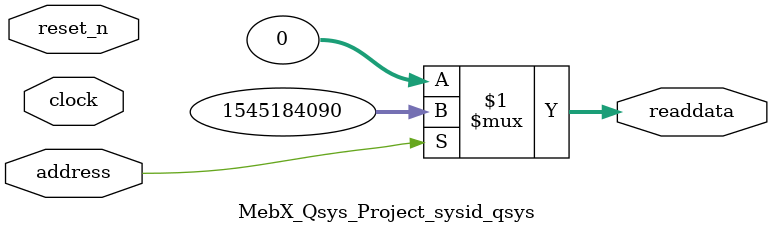
<source format=v>



// synthesis translate_off
`timescale 1ns / 1ps
// synthesis translate_on

// turn off superfluous verilog processor warnings 
// altera message_level Level1 
// altera message_off 10034 10035 10036 10037 10230 10240 10030 

module MebX_Qsys_Project_sysid_qsys (
               // inputs:
                address,
                clock,
                reset_n,

               // outputs:
                readdata
             )
;

  output  [ 31: 0] readdata;
  input            address;
  input            clock;
  input            reset_n;

  wire    [ 31: 0] readdata;
  //control_slave, which is an e_avalon_slave
  assign readdata = address ? 1545184090 : 0;

endmodule



</source>
